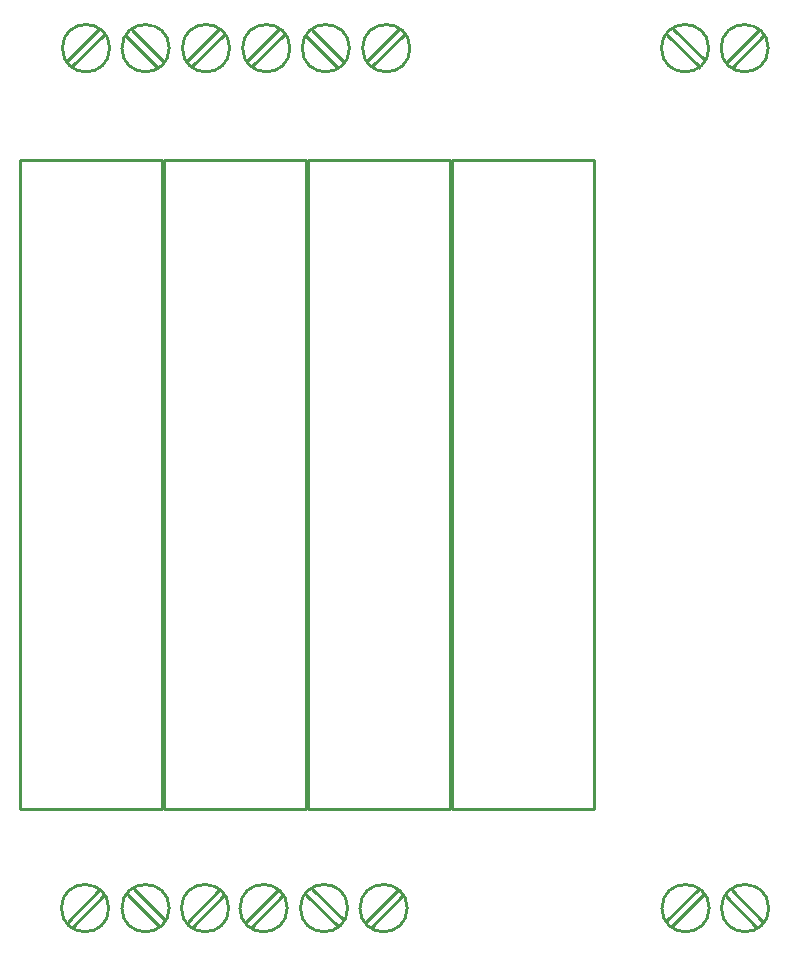
<source format=gm1>
G04*
G04 #@! TF.GenerationSoftware,Altium Limited,Altium Designer,24.5.2 (23)*
G04*
G04 Layer_Color=16711935*
%FSLAX25Y25*%
%MOIN*%
G70*
G04*
G04 #@! TF.SameCoordinates,2268A734-3591-48FF-B187-AB4D2D4595D2*
G04*
G04*
G04 #@! TF.FilePolarity,Positive*
G04*
G01*
G75*
%ADD11C,0.01000*%
D11*
X131217Y24000D02*
G03*
X131217Y24000I-7874J0D01*
G01*
X91216D02*
G03*
X91216Y24000I-7874J0D01*
G01*
X111374D02*
G03*
X111374Y24000I-7874J0D01*
G01*
X71716D02*
G03*
X71716Y24000I-7874J0D01*
G01*
X31716D02*
G03*
X31716Y24000I-7874J0D01*
G01*
X51874D02*
G03*
X51874Y24000I-7874J0D01*
G01*
X251567Y310650D02*
G03*
X251567Y310650I-7874J0D01*
G01*
X231724D02*
G03*
X231724Y310650I-7874J0D01*
G01*
X92118D02*
G03*
X92118Y310650I-7874J0D01*
G01*
X132118D02*
G03*
X132118Y310650I-7874J0D01*
G01*
X111960D02*
G03*
X111960Y310650I-7874J0D01*
G01*
X32032D02*
G03*
X32032Y310650I-7874J0D01*
G01*
X72031D02*
G03*
X72031Y310650I-7874J0D01*
G01*
X51874D02*
G03*
X51874Y310650I-7874J0D01*
G01*
X251724Y24000D02*
G03*
X251724Y24000I-7874J0D01*
G01*
X231881D02*
G03*
X231881Y24000I-7874J0D01*
G01*
X119000Y17500D02*
X129750Y28250D01*
X117500Y19500D02*
X128000Y30000D01*
X79000Y17500D02*
X89750Y28250D01*
X77500Y19500D02*
X88000Y30000D01*
X99500Y30500D02*
X110000Y20000D01*
X97500Y28500D02*
X108000Y18000D01*
X59500Y17500D02*
X70250Y28250D01*
X58000Y19500D02*
X68500Y30000D01*
X19500Y17500D02*
X30250Y28250D01*
X18000Y19500D02*
X28500Y30000D01*
X40000Y30500D02*
X50500Y20000D01*
X38000Y28500D02*
X48500Y18000D01*
X219850Y317150D02*
X230350Y306650D01*
X228350Y304150D02*
Y304650D01*
X217850Y315150D02*
X228350Y304650D01*
X239350Y304150D02*
X250100Y314900D01*
X237850Y306150D02*
X248350Y316650D01*
X77836Y306400D02*
X88586Y317150D01*
X79586Y304650D02*
X90086Y315150D01*
X117836Y306400D02*
X128586Y317150D01*
X119586Y304650D02*
X130086Y315150D01*
X97586Y314650D02*
X108086Y304150D01*
X99586Y316650D02*
X110086Y306150D01*
X17750Y306400D02*
X28500Y317150D01*
X19500Y304650D02*
X30000Y315150D01*
X57750Y306400D02*
X68500Y317150D01*
X59500Y304650D02*
X70000Y315150D01*
X37500Y314650D02*
X48000Y304150D01*
X39500Y316650D02*
X50000Y306150D01*
X193445Y57000D02*
Y273535D01*
X145445Y57000D02*
Y273535D01*
X146256Y57000D02*
Y273535D01*
X193445D01*
X146256Y57000D02*
X193445D01*
X98256D02*
Y273535D01*
X145445D01*
X98256Y57000D02*
X145445D01*
X50256D02*
Y273535D01*
X97445Y57000D02*
Y273535D01*
X50256D02*
X97445D01*
X50256Y57000D02*
X97445D01*
X2256D02*
Y273535D01*
X49445Y57000D02*
Y273535D01*
X2256D02*
X49445D01*
X2256Y57000D02*
X49445D01*
X219350Y18000D02*
X229850Y28500D01*
X217600Y19750D02*
X228350Y30500D01*
X239350Y30000D02*
X249850Y19500D01*
X239350Y30000D02*
Y30500D01*
X237350Y28000D02*
X247850Y17500D01*
M02*

</source>
